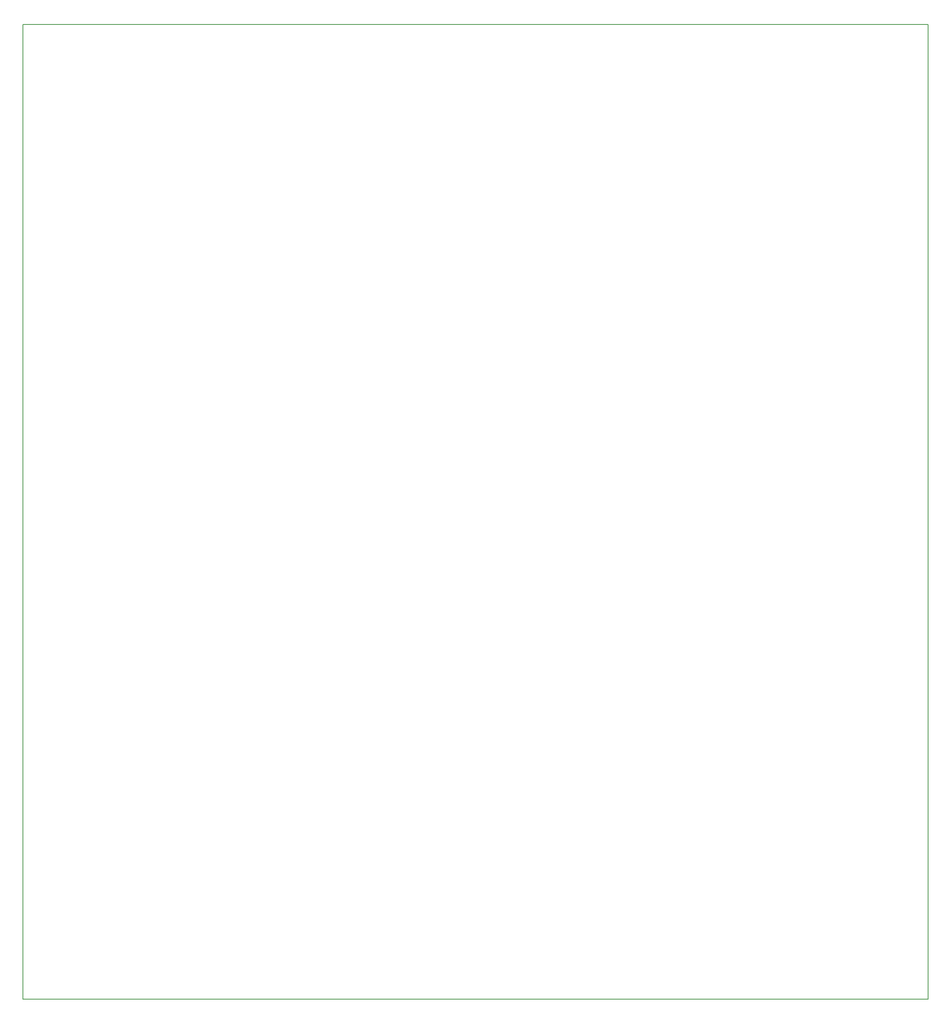
<source format=gbr>
G04 #@! TF.FileFunction,Profile,NP*
%FSLAX46Y46*%
G04 Gerber Fmt 4.6, Leading zero omitted, Abs format (unit mm)*
G04 Created by KiCad (PCBNEW 4.0.6) date 07/21/17 01:23:25*
%MOMM*%
%LPD*%
G01*
G04 APERTURE LIST*
%ADD10C,0.100000*%
%ADD11C,0.150000*%
G04 APERTURE END LIST*
D10*
D11*
X8255000Y-16510000D02*
X8255000Y-232410000D01*
X8255000Y-232410000D02*
X208915000Y-232410000D01*
X8255000Y-16510000D02*
X208915000Y-16510000D01*
X208915000Y-16510000D02*
X208915000Y-232410000D01*
M02*

</source>
